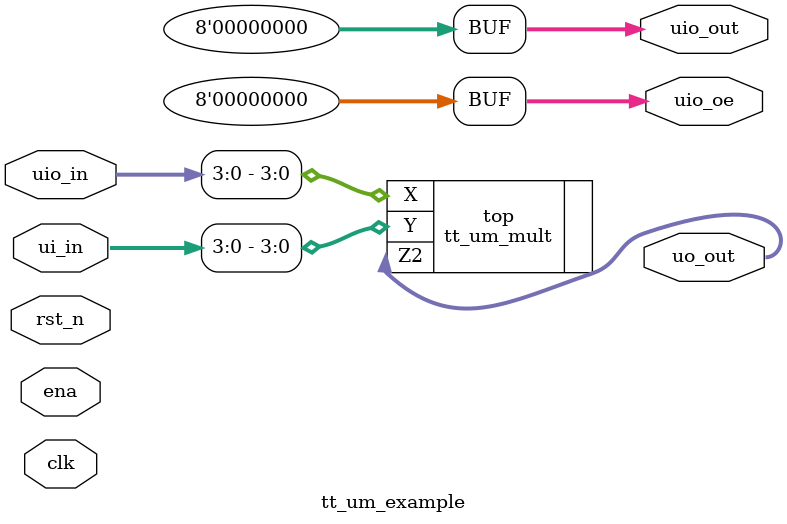
<source format=v>
/*
 * Copyright (c) 2024 Your Name
 * SPDX-License-Identifier: Apache-2.0
 */

`default_nettype none

module tt_um_example (
    input  wire [7:0] ui_in,    // Dedicated inputs
    output wire [7:0] uo_out,   // Dedicated outputs
    input  wire [7:0] uio_in,   // IOs: Input path
    output wire [7:0] uio_out,  // IOs: Output path
    output wire [7:0] uio_oe,   // IOs: Enable path (active high: 0=input, 1=output)
    input  wire       ena,      // always 1 when the design is powered, so you can ignore it
    input  wire       clk,      // clock
    input  wire       rst_n     // reset_n - low to reset
);

  // All output pins must be assigned. If not used, assign to 0.
 
    assign uio_out[7:0] = 0;
    assign uio_oe [7:0]  = 0;

    tt_um_mult top(
        .Y(ui_in[3:0]),
        .X(uio_in[3:0]),
        .Z2(uo_out[7:0])
     );
    

endmodule

</source>
